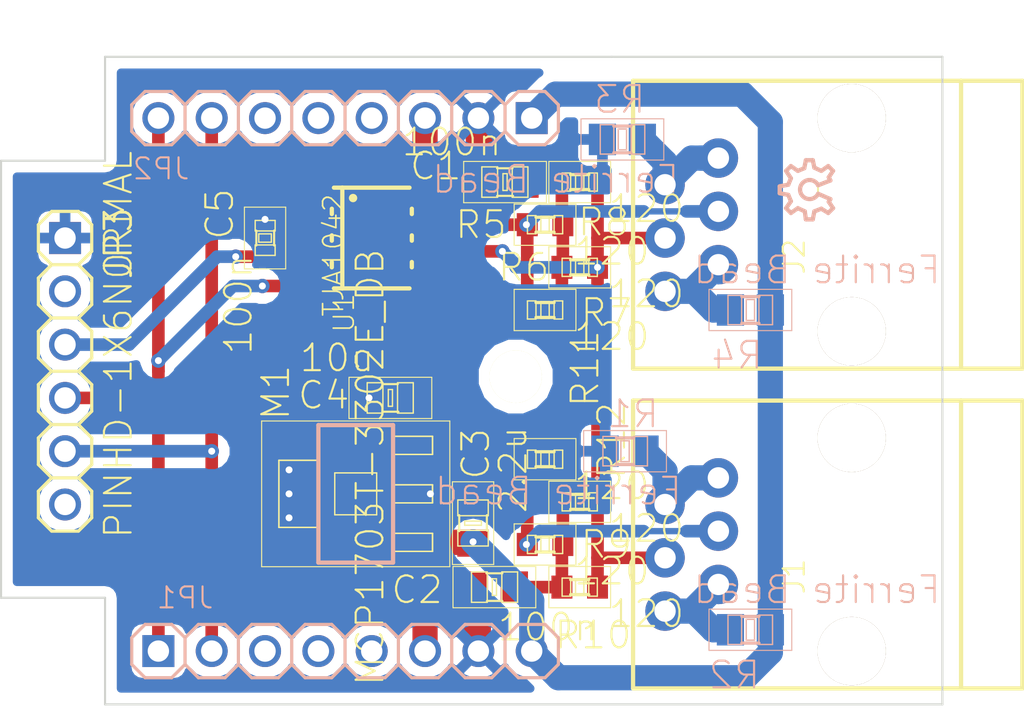
<source format=kicad_pcb>
(kicad_pcb (version 4) (host pcbnew 4.0.2+e4-6225~38~ubuntu16.04.1-stable)
  (layers (0 F.Cu signal) (31 B.Cu signal) (36 B.SilkS user) (37 F.SilkS user) (38 B.Mask user) (39 F.Mask user) (44 Edge.Cuts user))
  (net 0 "")
  (net 1 +BATT)
  (net 2 CAN_L)
  (net 3 CAN_H)
  (net 4 GND)
  (net 5 "Net-(JP1-Pad3)")
  (net 6 "Net-(JP2-Pad6)")
  (net 7 "Net-(J1-Pad1)")
  (net 8 "Net-(J1-Pad5)")
  (net 9 "Net-(J2-Pad1)")
  (net 10 "Net-(J2-Pad5)")
  (net 11 "Net-(C1-Pad1)")
  (net 12 "Net-(C2-Pad2)")
  (net 13 +5V)
  (net 14 CTS)
  (net 15 CAN_RX)
  (net 16 CAN_TX)
  (net 17 DTR)
  (net 18 "Net-(U1-Pad5)")
  (net 19 "Net-(U1-Pad8)")
  (net 20 "Net-(JP1-Pad4)")
  (net 21 "Net-(JP1-Pad5)")
  (net 22 "Net-(JP2-Pad4)")
  (net 23 "Net-(JP2-Pad5)")
  (module SquantorConnectors-1X06 (layer B.Cu) (at 70.485 90.805 270)
    (fp_text reference JP3 (at -6.096 -2.54 270) (layer F.SilkS) (effects (font (size 1.27 1.27) (thickness 0.127))))
    (fp_text value PINHD-1X6NORMAL (at -1.27 -2.54 270) (layer F.SilkS) (effects (font (size 1.27 1.27) (thickness 0.1016))))
    (pad 1 thru_hole trapezoid (at -6.35 0 90) (size 1.524 1.524) (drill 1.016) (layers *.Cu *.Mask) (net 4 GND))
    (pad 2 thru_hole circle (at -3.81 0 90) (size 1.524 1.524) (drill 1.016) (layers *.Cu *.Mask) (net 14 CTS))
    (pad 3 thru_hole circle (at -1.27 0 90) (size 1.524 1.524) (drill 1.016) (layers *.Cu *.Mask) (net 13 +5V))
    (pad 4 thru_hole circle (at 1.27 0 90) (size 1.524 1.524) (drill 1.016) (layers *.Cu *.Mask) (net 15 CAN_RX))
    (pad 5 thru_hole circle (at 3.81 0 90) (size 1.524 1.524) (drill 1.016) (layers *.Cu *.Mask) (net 16 CAN_TX))
    (pad 6 thru_hole circle (at 6.35 0 90) (size 1.524 1.524) (drill 1.016) (layers *.Cu *.Mask) (net 17 DTR))
  )
  (module SquantorConnectors-1X08 (layer F.Cu) (at 83.82 78.74 180)
    (fp_text reference JP2 (at 8.763 -2.413 180) (layer B.SilkS) (effects (font (thickness 0.1)) (justify mirror)))
    (fp_text value PINHD-1X8TH_NORMAL)
    (pad 1 thru_hole rect (at -8.89 0) (size 1.524 1.524) (drill 1.016) (layers *.Cu *.Mask) (net 1 +BATT))
    (pad 2 thru_hole circle (at -6.35 0) (size 1.524 1.524) (drill 1.016) (layers *.Cu *.Mask) (net 4 GND))
    (pad 3 thru_hole circle (at -3.81 0) (size 1.524 1.524) (drill 1.016) (layers *.Cu *.Mask) (net 13 +5V))
    (pad 4 thru_hole circle (at -1.27 0) (size 1.524 1.524) (drill 1.016) (layers *.Cu *.Mask) (net 22 "Net-(JP2-Pad4)"))
    (pad 5 thru_hole circle (at 1.27 0) (size 1.524 1.524) (drill 1.016) (layers *.Cu *.Mask) (net 23 "Net-(JP2-Pad5)"))
    (pad 6 thru_hole circle (at 3.81 0) (size 1.524 1.524) (drill 1.016) (layers *.Cu *.Mask) (net 6 "Net-(JP2-Pad6)"))
    (pad 7 thru_hole circle (at 6.35 0) (size 1.524 1.524) (drill 1.016) (layers *.Cu *.Mask) (net 16 CAN_TX))
    (pad 8 thru_hole circle (at 8.89 0) (size 1.524 1.524) (drill 1.016) (layers *.Cu *.Mask) (net 15 CAN_RX))
  )
  (module SquantBus-RJ11 (layer F.Cu) (at 107.95 83.82 90)
    (fp_text reference J2 (at -1.524 -2.7432 90) (layer F.SilkS) (effects (font (thickness 0.1))))
    (fp_text value SquantBus_RJ11)
    (pad MOUN thru_hole circle (at -5.08 0 90) (size 3.2512 3.2512) (drill 3.2512) (layers *.Cu *.Mask F.SilkS))
    (pad 1 thru_hole circle (at -3.175 -8.89 90) (size 1.8796 1.8796) (drill 1.016) (layers *.Cu *.Mask) (net 9 "Net-(J2-Pad1)"))
    (pad 2 thru_hole circle (at -1.905 -6.35 90) (size 1.8796 1.8796) (drill 1.016) (layers *.Cu *.Mask) (net 9 "Net-(J2-Pad1)"))
    (pad 3 thru_hole circle (at -0.635 -8.89 90) (size 1.8796 1.8796) (drill 1.016) (layers *.Cu *.Mask) (net 2 CAN_L))
    (pad 4 thru_hole circle (at 0.635 -6.35 90) (size 1.8796 1.8796) (drill 1.016) (layers *.Cu *.Mask) (net 3 CAN_H))
    (pad 5 thru_hole circle (at 1.905 -8.89 90) (size 1.8796 1.8796) (drill 1.016) (layers *.Cu *.Mask) (net 10 "Net-(J2-Pad5)"))
    (pad 6 thru_hole circle (at 3.175 -6.35 90) (size 1.8796 1.8796) (drill 1.016) (layers *.Cu *.Mask) (net 10 "Net-(J2-Pad5)"))
    (pad MOUN thru_hole circle (at 5.08 0 90) (size 3.2512 3.2512) (drill 3.2512) (layers *.Cu *.Mask F.SilkS))
  )
  (module SquantorMicrochip:SquantorMicrochip-SOT223 (layer F.Cu) (at 84.328 96.647 90)
    (fp_text reference M1 (at 4.826 -3.81 90) (layer F.SilkS) (effects (font (size 1.27 1.27) (thickness 0.1016))))
    (fp_text value MCP1703T-3302E_DB (at 1.27 0.6858 90) (layer F.SilkS) (effects (font (size 1.27 1.27) (thickness 0.1016))))
    (pad 1 smd rect (at -2.30886 3.0988 90) (size 1.21666 2.23266) (layers F.Cu F.Mask) (net 1 +BATT))
    (pad 2 smd rect (at 0 3.0988 90) (size 1.21666 2.23266) (layers F.Cu F.Mask) (net 4 GND))
    (pad 3 smd rect (at 2.30886 3.0988 90) (size 1.21666 2.23266) (layers F.Cu F.Mask) (net 13 +5V))
    (pad 4 smd rect (at 0 -3.0988 90) (size 3.59918 2.19964) (layers F.Cu F.Mask) (net 4 GND))
  )
  (module SquantorNxp:SOT96-1 (layer F.Cu) (at 85.09 84.455 270)
    (fp_text reference U1 (at 4.572 0.762 270) (layer F.SilkS) (effects (font (size 0.95 0.95) (thickness 0.08)) (justify left bottom)))
    (fp_text value TJA1042 (at 3.81 1.27 270) (layer F.SilkS) (effects (font (size 0.95 0.95) (thickness 0.08)) (justify left bottom)))
    (pad 1 smd rect (at -1.905 2.65 270) (size 0.6 1.3) (layers F.Cu F.Mask) (net 16 CAN_TX))
    (pad 2 smd rect (at -0.635 2.65 270) (size 0.6 1.3) (layers F.Cu F.Mask) (net 4 GND))
    (pad 3 smd rect (at 0.635 2.65 270) (size 0.6 1.3) (layers F.Cu F.Mask) (net 13 +5V))
    (pad 4 smd rect (at 1.905 2.65 270) (size 0.6 1.3) (layers F.Cu F.Mask) (net 15 CAN_RX))
    (pad 5 smd rect (at 1.905 -2.65 270) (size 0.6 1.3) (layers F.Cu F.Mask) (net 18 "Net-(U1-Pad5)"))
    (pad 6 smd rect (at 0.635 -2.65 270) (size 0.6 1.3) (layers F.Cu F.Mask) (net 2 CAN_L))
    (pad 7 smd rect (at -0.635 -2.65 270) (size 0.6 1.3) (layers F.Cu F.Mask) (net 3 CAN_H))
    (pad 8 smd rect (at -1.905 -2.65 270) (size 0.6 1.3) (layers F.Cu F.Mask) (net 19 "Net-(U1-Pad8)"))
  )
  (module SquantorRcl:SquantorRCL-C0603 (layer F.Cu) (at 80.01 84.455 270)
    (fp_text reference C5 (at -1.143 2.159 270) (layer F.SilkS) (effects (font (size 1.27 1.27) (thickness 0.1016))))
    (fp_text value 100n (at 3.175 1.27 270) (layer F.SilkS) (effects (font (size 1.27 1.27) (thickness 0.1016))))
    (pad 1 smd rect (at -0.84836 0 270) (size 1.09982 0.99822) (layers F.Cu F.Mask) (net 4 GND))
    (pad 2 smd rect (at 0.84836 0 270) (size 1.09982 0.99822) (layers F.Cu F.Mask) (net 13 +5V))
  )
  (module SquantorRcl:SquantorRCL-C0805 (layer F.Cu) (at 85.979 92.075 180)
    (fp_text reference C4 (at 3.175 0.127 180) (layer F.SilkS) (effects (font (size 1.27 1.27) (thickness 0.1016))))
    (fp_text value 10u (at 2.54 1.905 180) (layer F.SilkS) (effects (font (size 1.27 1.27) (thickness 0.1016))))
    (pad 1 smd rect (at -0.94996 0 180) (size 1.29794 1.4986) (layers F.Cu F.Mask) (net 13 +5V))
    (pad 2 smd rect (at 0.94996 0 180) (size 1.29794 1.4986) (layers F.Cu F.Mask) (net 4 GND))
  )
  (module SquantorRcl:SquantorRCL-C0805 (layer F.Cu) (at 89.916 98.044 90)
    (fp_text reference C3 (at 3.302 0.127 90) (layer F.SilkS) (effects (font (size 1.27 1.27) (thickness 0.1016))))
    (fp_text value 2.2u (at 2.54 1.905 90) (layer F.SilkS) (effects (font (size 1.27 1.27) (thickness 0.1016))))
    (pad 1 smd rect (at -0.94996 0 90) (size 1.29794 1.4986) (layers F.Cu F.Mask) (net 1 +BATT))
    (pad 2 smd rect (at 0.94996 0 90) (size 1.29794 1.4986) (layers F.Cu F.Mask) (net 4 GND))
  )
  (module ohw_logo:ohw-logo-OSHW_8X100_NOTEXT (layer F.Cu) (at 107.061 83.566 90)
    (fp_text reference LOGO1)
    (fp_text value OSHW_LOGO_8MILX0100-NT)
  )
  (module SquantorRcl:SquantorRCL-R0603 (layer F.Cu) (at 93.345 94.996)
    (fp_text reference R11 (at 1.905 -4.318 90) (layer F.SilkS) (effects (font (size 1.27 1.27) (thickness 0.1016))))
    (fp_text value 120 (at 3.175 1.27) (layer F.SilkS) (effects (font (size 1.27 1.27) (thickness 0.1016))))
    (pad 1 smd rect (at -0.84836 0) (size 0.99822 1.09982) (layers F.Cu F.Mask) (net 3 CAN_H))
    (pad 2 smd rect (at 0.84836 0) (size 0.99822 1.09982) (layers F.Cu F.Mask) (net 12 "Net-(C2-Pad2)"))
  )
  (module SquantorRcl:SquantorRCL-R0603 (layer F.Cu) (at 94.996 101.092)
    (fp_text reference R10 (at 0.635 2.286) (layer F.SilkS) (effects (font (size 1.27 1.27) (thickness 0.1016))))
    (fp_text value 120 (at 3.175 1.27) (layer F.SilkS) (effects (font (size 1.27 1.27) (thickness 0.1016))))
    (pad 1 smd rect (at -0.84836 0) (size 0.99822 1.09982) (layers F.Cu F.Mask) (net 12 "Net-(C2-Pad2)"))
    (pad 2 smd rect (at 0.84836 0) (size 0.99822 1.09982) (layers F.Cu F.Mask) (net 2 CAN_L))
  )
  (module SquantorRcl:SquantorRCL-R0603 (layer F.Cu) (at 93.345 99.06)
    (fp_text reference R9 (at 2.921 0) (layer F.SilkS) (effects (font (size 1.27 1.27) (thickness 0.1016))))
    (fp_text value 120 (at 3.175 1.27) (layer F.SilkS) (effects (font (size 1.27 1.27) (thickness 0.1016))))
    (pad 1 smd rect (at -0.84836 0) (size 0.99822 1.09982) (layers F.Cu F.Mask) (net 3 CAN_H))
    (pad 2 smd rect (at 0.84836 0) (size 0.99822 1.09982) (layers F.Cu F.Mask) (net 12 "Net-(C2-Pad2)"))
  )
  (module SquantorRcl:SquantorRCL-R0603 (layer F.Cu) (at 94.996 81.788)
    (fp_text reference R8 (at 1.143 1.905) (layer F.SilkS) (effects (font (size 1.27 1.27) (thickness 0.1016))))
    (fp_text value 120 (at 3.175 1.27) (layer F.SilkS) (effects (font (size 1.27 1.27) (thickness 0.1016))))
    (pad 1 smd rect (at -0.84836 0) (size 0.99822 1.09982) (layers F.Cu F.Mask) (net 11 "Net-(C1-Pad1)"))
    (pad 2 smd rect (at 0.84836 0) (size 0.99822 1.09982) (layers F.Cu F.Mask) (net 2 CAN_L))
  )
  (module SquantorRcl:SquantorRCL-R0603 (layer F.Cu) (at 93.345 87.884)
    (fp_text reference R7 (at 2.921 0.127) (layer F.SilkS) (effects (font (size 1.27 1.27) (thickness 0.1016))))
    (fp_text value 120 (at 3.175 1.27) (layer F.SilkS) (effects (font (size 1.27 1.27) (thickness 0.1016))))
    (pad 1 smd rect (at -0.84836 0) (size 0.99822 1.09982) (layers F.Cu F.Mask) (net 3 CAN_H))
    (pad 2 smd rect (at 0.84836 0) (size 0.99822 1.09982) (layers F.Cu F.Mask) (net 11 "Net-(C1-Pad1)"))
  )
  (module SquantorRcl:SquantorRCL-R0603 (layer F.Cu) (at 94.996 85.852)
    (fp_text reference R6 (at -2.667 0) (layer F.SilkS) (effects (font (size 1.27 1.27) (thickness 0.1016))))
    (fp_text value 120 (at 3.175 1.27) (layer F.SilkS) (effects (font (size 1.27 1.27) (thickness 0.1016))))
    (pad 1 smd rect (at -0.84836 0) (size 0.99822 1.09982) (layers F.Cu F.Mask) (net 11 "Net-(C1-Pad1)"))
    (pad 2 smd rect (at 0.84836 0) (size 0.99822 1.09982) (layers F.Cu F.Mask) (net 2 CAN_L))
  )
  (module SquantorRcl:SquantorRCL-R0603 (layer F.Cu) (at 93.345 83.82)
    (fp_text reference R5 (at -3.048 0) (layer F.SilkS) (effects (font (size 1.27 1.27) (thickness 0.1016))))
    (fp_text value 120 (at 3.175 1.27) (layer F.SilkS) (effects (font (size 1.27 1.27) (thickness 0.1016))))
    (pad 1 smd rect (at -0.84836 0) (size 0.99822 1.09982) (layers F.Cu F.Mask) (net 3 CAN_H))
    (pad 2 smd rect (at 0.84836 0) (size 0.99822 1.09982) (layers F.Cu F.Mask) (net 11 "Net-(C1-Pad1)"))
  )
  (module SquantorRcl:SquantorRCL-C0805 (layer F.Cu) (at 90.932 101.092)
    (fp_text reference C2 (at -3.683 0.127) (layer F.SilkS) (effects (font (size 1.27 1.27) (thickness 0.1016))))
    (fp_text value 100n (at 2.54 1.905) (layer F.SilkS) (effects (font (size 1.27 1.27) (thickness 0.1016))))
    (pad 1 smd rect (at -0.94996 0) (size 1.29794 1.4986) (layers F.Cu F.Mask) (net 4 GND))
    (pad 2 smd rect (at 0.94996 0) (size 1.29794 1.4986) (layers F.Cu F.Mask) (net 12 "Net-(C2-Pad2)"))
  )
  (module SquantorRcl:SquantorRCL-R0805 (layer B.Cu) (at 103.124 87.884)
    (fp_text reference R4 (at -0.635 2.159) (layer B.SilkS) (effects (font (size 1.27 1.27) (thickness 0.1016)) (justify mirror)))
    (fp_text value "Ferrite Bead" (at 3.175 -1.905) (layer B.SilkS) (effects (font (size 1.27 1.27) (thickness 0.1016)) (justify mirror)))
    (pad 1 smd rect (at -0.94996 0) (size 1.29794 1.4986) (layers B.Cu B.Mask) (net 9 "Net-(J2-Pad1)"))
    (pad 2 smd rect (at 0.94996 0) (size 1.29794 1.4986) (layers B.Cu B.Mask) (net 1 +BATT))
  )
  (module SquantorRcl:SquantorRCL-R0805 (layer B.Cu) (at 97.028 79.756 180)
    (fp_text reference R3 (at 0.127 1.905 180) (layer B.SilkS) (effects (font (size 1.27 1.27) (thickness 0.1016)) (justify mirror)))
    (fp_text value "Ferrite Bead" (at 3.175 -1.905 180) (layer B.SilkS) (effects (font (size 1.27 1.27) (thickness 0.1016)) (justify mirror)))
    (pad 1 smd rect (at -0.94996 0 180) (size 1.29794 1.4986) (layers B.Cu B.Mask) (net 10 "Net-(J2-Pad5)"))
    (pad 2 smd rect (at 0.94996 0 180) (size 1.29794 1.4986) (layers B.Cu B.Mask) (net 4 GND))
  )
  (module SquantorRcl:SquantorRCL-R0805 (layer B.Cu) (at 103.124 103.124)
    (fp_text reference R2 (at -0.762 2.159) (layer B.SilkS) (effects (font (size 1.27 1.27) (thickness 0.1016)) (justify mirror)))
    (fp_text value "Ferrite Bead" (at 3.175 -1.905) (layer B.SilkS) (effects (font (size 1.27 1.27) (thickness 0.1016)) (justify mirror)))
    (pad 1 smd rect (at -0.94996 0) (size 1.29794 1.4986) (layers B.Cu B.Mask) (net 7 "Net-(J1-Pad1)"))
    (pad 2 smd rect (at 0.94996 0) (size 1.29794 1.4986) (layers B.Cu B.Mask) (net 1 +BATT))
  )
  (module SquantorRcl:SquantorRCL-R0805 (layer B.Cu) (at 97.155 94.615 180)
    (fp_text reference R1 (at -0.381 1.778 180) (layer B.SilkS) (effects (font (size 1.27 1.27) (thickness 0.1016)) (justify mirror)))
    (fp_text value "Ferrite Bead" (at 3.175 -1.905 180) (layer B.SilkS) (effects (font (size 1.27 1.27) (thickness 0.1016)) (justify mirror)))
    (pad 1 smd rect (at -0.94996 0 180) (size 1.29794 1.4986) (layers B.Cu B.Mask) (net 8 "Net-(J1-Pad5)"))
    (pad 2 smd rect (at 0.94996 0 180) (size 1.29794 1.4986) (layers B.Cu B.Mask) (net 4 GND))
  )
  (module SquantorRcl:SquantorRCL-R0603 (layer F.Cu) (at 94.996 97.028)
    (fp_text reference R12 (at 1.524 -2.921 90) (layer F.SilkS) (effects (font (size 1.27 1.27) (thickness 0.1016))))
    (fp_text value 120 (at 3.175 1.27) (layer F.SilkS) (effects (font (size 1.27 1.27) (thickness 0.1016))))
    (pad 1 smd rect (at -0.84836 0) (size 0.99822 1.09982) (layers F.Cu F.Mask) (net 12 "Net-(C2-Pad2)"))
    (pad 2 smd rect (at 0.84836 0) (size 0.99822 1.09982) (layers F.Cu F.Mask) (net 2 CAN_L))
  )
  (module SquantorRcl:SquantorRCL-C0805 (layer F.Cu) (at 91.44 81.788 180)
    (fp_text reference C1 (at 3.302 0.762 180) (layer F.SilkS) (effects (font (size 1.27 1.27) (thickness 0.1016))))
    (fp_text value 100n (at 2.54 1.905 180) (layer F.SilkS) (effects (font (size 1.27 1.27) (thickness 0.1016))))
    (pad 1 smd rect (at -0.94996 0 180) (size 1.29794 1.4986) (layers F.Cu F.Mask) (net 11 "Net-(C1-Pad1)"))
    (pad 2 smd rect (at 0.94996 0 180) (size 1.29794 1.4986) (layers F.Cu F.Mask) (net 4 GND))
  )
  (module SquantorConnectors:SquantBus-RJ11 (layer F.Cu) (at 107.95 99.06 90)
    (fp_text reference J1 (at -1.524 -2.7432 90) (layer F.SilkS) (effects (font (thickness 0.1))))
    (fp_text value SquantBus_RJ11)
    (pad MOUN thru_hole circle (at -5.08 0 90) (size 3.2512 3.2512) (drill 3.2512) (layers *.Cu *.Mask F.SilkS))
    (pad 1 thru_hole circle (at -3.175 -8.89 90) (size 1.8796 1.8796) (drill 1.016) (layers *.Cu *.Mask) (net 7 "Net-(J1-Pad1)"))
    (pad 2 thru_hole circle (at -1.905 -6.35 90) (size 1.8796 1.8796) (drill 1.016) (layers *.Cu *.Mask) (net 7 "Net-(J1-Pad1)"))
    (pad 3 thru_hole circle (at -0.635 -8.89 90) (size 1.8796 1.8796) (drill 1.016) (layers *.Cu *.Mask) (net 2 CAN_L))
    (pad 4 thru_hole circle (at 0.635 -6.35 90) (size 1.8796 1.8796) (drill 1.016) (layers *.Cu *.Mask) (net 3 CAN_H))
    (pad 5 thru_hole circle (at 1.905 -8.89 90) (size 1.8796 1.8796) (drill 1.016) (layers *.Cu *.Mask) (net 8 "Net-(J1-Pad5)"))
    (pad 6 thru_hole circle (at 3.175 -6.35 90) (size 1.8796 1.8796) (drill 1.016) (layers *.Cu *.Mask) (net 8 "Net-(J1-Pad5)"))
    (pad MOUN thru_hole circle (at 5.08 0 90) (size 3.2512 3.2512) (drill 3.2512) (layers *.Cu *.Mask F.SilkS))
  )
  (module Mounting_Holes:MountingHole_2.5mm (layer F.Cu) (at 91.948 91.059)
    (fp_text reference REF** hide)
    (fp_text value MountingHole_2.5mm)
    (pad 1 np_thru_hole circle (at 0 0) (size 2.5 2.5) (drill 2.5) (layers *.Cu *.Mask F.SilkS))
  )
  (module SquantorConnectors:SquantorConnectors-1X08 (layer F.Cu) (at 83.82 104.14)
    (fp_text reference JP1 (at -7.62 -2.54) (layer B.SilkS) (effects (font (thickness 0.1)) (justify mirror)))
    (fp_text value PINHD-1X8TH_NORMAL)
    (pad 1 thru_hole rect (at -8.89 0 180) (size 1.524 1.524) (drill 1.016) (layers *.Cu *.Mask) (net 15 CAN_RX))
    (pad 2 thru_hole circle (at -6.35 0 180) (size 1.524 1.524) (drill 1.016) (layers *.Cu *.Mask) (net 16 CAN_TX))
    (pad 3 thru_hole circle (at -3.81 0 180) (size 1.524 1.524) (drill 1.016) (layers *.Cu *.Mask) (net 5 "Net-(JP1-Pad3)"))
    (pad 4 thru_hole circle (at -1.27 0 180) (size 1.524 1.524) (drill 1.016) (layers *.Cu *.Mask) (net 20 "Net-(JP1-Pad4)"))
    (pad 5 thru_hole circle (at 1.27 0 180) (size 1.524 1.524) (drill 1.016) (layers *.Cu *.Mask) (net 21 "Net-(JP1-Pad5)"))
    (pad 6 thru_hole circle (at 3.81 0 180) (size 1.524 1.524) (drill 1.016) (layers *.Cu *.Mask) (net 13 +5V))
    (pad 7 thru_hole circle (at 6.35 0 180) (size 1.524 1.524) (drill 1.016) (layers *.Cu *.Mask) (net 4 GND))
    (pad 8 thru_hole circle (at 8.89 0 180) (size 1.524 1.524) (drill 1.016) (layers *.Cu *.Mask) (net 1 +BATT))
  )
  (gr_line (start 112.268 106.68) (end 72.39 106.68) (angle 90) (layer Edge.Cuts) (width 0.1))
  (gr_line (start 112.268 75.819) (end 112.268 106.68) (angle 90) (layer Edge.Cuts) (width 0.1))
  (gr_line (start 96.52 75.819) (end 112.268 75.819) (angle 90) (layer Edge.Cuts) (width 0.1))
  (gr_line (start 72.39 75.819) (end 96.52 75.819) (angle 90) (layer Edge.Cuts) (width 0.1))
  (gr_line (start 72.39 80.772) (end 72.39 75.819) (angle 90) (layer Edge.Cuts) (width 0.1))
  (gr_line (start 67.437 80.772) (end 72.39 80.772) (angle 90) (layer Edge.Cuts) (width 0.1))
  (gr_line (start 67.437 101.6) (end 67.437 80.772) (angle 90) (layer Edge.Cuts) (width 0.1))
  (gr_line (start 72.39 101.6) (end 67.437 101.6) (angle 90) (layer Edge.Cuts) (width 0.1))
  (gr_line (start 72.39 106.68) (end 72.39 101.6) (angle 90) (layer Edge.Cuts) (width 0.1))
  (segment (start 104.07396 103.124) (end 104.07396 104.20604) (width 1.2) (layer B.Cu) (net 1))
  (segment (start 93.98 105.41) (end 92.71 104.14) (width 1.2) (layer B.Cu) (net 1))
  (segment (start 102.87 105.41) (end 93.98 105.41) (width 1.2) (layer B.Cu) (net 1))
  (segment (start 104.07396 104.20604) (end 102.87 105.41) (width 1.2) (layer B.Cu) (net 1))
  (segment (start 92.71 104.14) (end 92.71 101.727) (width 1.2) (layer B.Cu) (net 1))
  (segment (start 92.71 101.727) (end 89.916 98.933) (width 1.2) (layer B.Cu) (net 1))
  (via (at 89.916 98.933) (size 0.6858) (drill 0.3302) (layers F.Cu B.Cu) (net 1))
  (segment (start 89.916 98.933) (end 89.89314 98.95586) (width 1.2) (layer F.Cu) (net 1))
  (segment (start 89.89314 98.95586) (end 87.4268 98.95586) (width 1.2) (layer F.Cu) (net 1))
  (segment (start 87.4268 98.95586) (end 89.8779 98.95586) (width 1.2) (layer F.Cu) (net 1))
  (segment (start 89.8779 98.95586) (end 89.916 98.99396) (width 1.2) (layer F.Cu) (net 1))
  (segment (start 104.07396 87.884) (end 104.07396 103.124) (width 1.2) (layer B.Cu) (net 1))
  (segment (start 104.07396 87.884) (end 104.07396 78.92796) (width 1.2) (layer B.Cu) (net 1))
  (segment (start 93.853 77.597) (end 92.71 78.74) (width 1.2) (layer B.Cu) (net 1))
  (segment (start 102.743 77.597) (end 93.853 77.597) (width 1.2) (layer B.Cu) (net 1))
  (segment (start 104.07396 78.92796) (end 102.743 77.597) (width 1.2) (layer B.Cu) (net 1))
  (via (at 95.84436 85.852) (size 0.6858) (drill 0.3302) (layers F.Cu B.Cu) (net 2))
  (segment (start 87.74 85.09) (end 91.313 85.09) (width 0.6) (layer F.Cu) (net 2))
  (via (at 91.313 85.09) (size 0.6858) (drill 0.3302) (layers F.Cu B.Cu) (net 2))
  (segment (start 91.948 85.725) (end 91.313 85.09) (width 0.6) (layer B.Cu) (net 2))
  (segment (start 91.948 85.852) (end 91.948 85.725) (width 0.6) (layer B.Cu) (net 2))
  (segment (start 91.948 85.852) (end 95.84436 85.852) (width 0.6) (layer B.Cu) (net 2))
  (segment (start 99.06 84.455) (end 95.84436 84.455) (width 0.6) (layer F.Cu) (net 2))
  (segment (start 99.06 99.695) (end 95.84436 99.695) (width 0.6) (layer F.Cu) (net 2))
  (segment (start 95.84436 97.028) (end 95.84436 99.695) (width 0.6) (layer F.Cu) (net 2))
  (segment (start 95.84436 99.695) (end 95.84436 101.092) (width 0.6) (layer F.Cu) (net 2))
  (segment (start 95.84436 85.852) (end 95.84436 97.028) (width 0.6) (layer F.Cu) (net 2))
  (segment (start 95.84436 81.788) (end 95.84436 84.455) (width 0.6) (layer F.Cu) (net 2))
  (segment (start 95.84436 84.455) (end 95.84436 85.852) (width 0.6) (layer F.Cu) (net 2))
  (segment (start 99.06 99.695) (end 98.552 99.695) (width 0.6) (layer F.Cu) (net 2))
  (segment (start 92.49664 83.82) (end 87.74 83.82) (width 0.6) (layer F.Cu) (net 3))
  (segment (start 92.49664 87.884) (end 92.49664 88.55964) (width 0.6) (layer F.Cu) (net 3))
  (segment (start 92.49664 94.19336) (end 92.49664 94.996) (width 0.6) (layer F.Cu) (net 3))
  (segment (start 94.107 92.583) (end 92.49664 94.19336) (width 0.6) (layer F.Cu) (net 3))
  (segment (start 94.107 90.17) (end 94.107 92.583) (width 0.6) (layer F.Cu) (net 3))
  (segment (start 92.49664 88.55964) (end 94.107 90.17) (width 0.6) (layer F.Cu) (net 3))
  (segment (start 101.6 98.425) (end 100.076 98.425) (width 0.6) (layer B.Cu) (net 3))
  (segment (start 92.456 99.06) (end 92.49664 99.06) (width 0.6) (layer F.Cu) (net 3))
  (via (at 92.456 99.06) (size 0.6858) (drill 0.3302) (layers F.Cu B.Cu) (net 3))
  (segment (start 93.091 98.425) (end 92.456 99.06) (width 0.6) (layer B.Cu) (net 3))
  (segment (start 98.044 98.425) (end 93.091 98.425) (width 0.6) (layer B.Cu) (net 3))
  (segment (start 100.076 98.425) (end 98.044 98.425) (width 0.3) (layer B.Cu) (net 3))
  (segment (start 101.6 83.185) (end 100.076 83.185) (width 0.6) (layer B.Cu) (net 3))
  (segment (start 92.456 83.82) (end 92.49664 83.82) (width 0.6) (layer F.Cu) (net 3))
  (via (at 92.456 83.82) (size 0.6858) (drill 0.3302) (layers F.Cu B.Cu) (net 3))
  (segment (start 93.091 83.185) (end 92.456 83.82) (width 0.6) (layer B.Cu) (net 3))
  (segment (start 98.044 83.185) (end 93.091 83.185) (width 0.6) (layer B.Cu) (net 3))
  (segment (start 100.076 83.185) (end 98.044 83.185) (width 0.3) (layer B.Cu) (net 3))
  (segment (start 92.49664 94.996) (end 92.49664 99.06) (width 0.6) (layer F.Cu) (net 3))
  (segment (start 92.49664 83.82) (end 92.49664 87.884) (width 0.6) (layer F.Cu) (net 3))
  (segment (start 80.01 83.60664) (end 80.05064 83.60664) (width 0.6) (layer F.Cu) (net 4))
  (segment (start 80.01 83.566) (end 80.01 83.566) (width 0.6) (layer B.Cu) (net 4))
  (via (at 80.01 83.566) (size 0.6858) (drill 0.3302) (layers F.Cu B.Cu) (net 4))
  (segment (start 80.05064 83.60664) (end 80.01 83.566) (width 0.6) (layer F.Cu) (net 4))
  (segment (start 85.02904 92.075) (end 84.963 92.075) (width 1.2) (layer F.Cu) (net 4))
  (segment (start 84.963 92.075) (end 85.09 92.075) (width 1.2) (layer B.Cu) (net 4))
  (via (at 84.963 92.075) (size 0.6858) (drill 0.3302) (layers F.Cu B.Cu) (net 4))
  (segment (start 89.916 97.09404) (end 89.46896 96.647) (width 1.2) (layer F.Cu) (net 4))
  (segment (start 89.46896 96.647) (end 87.4268 96.647) (width 1.2) (layer F.Cu) (net 4))
  (segment (start 87.884 96.647) (end 87.4268 96.647) (width 1.2) (layer F.Cu) (net 4))
  (via (at 87.884 96.647) (size 0.6858) (drill 0.3302) (layers F.Cu B.Cu) (net 4))
  (segment (start 87.884 96.647) (end 87.503 96.647) (width 1.2) (layer B.Cu) (net 4))
  (segment (start 89.916 97.09404) (end 89.916 97.028) (width 1.2) (layer F.Cu) (net 4))
  (segment (start 81.153 96.647) (end 81.153 96.647) (width 1.2) (layer B.Cu) (net 4))
  (segment (start 81.153 96.647) (end 81.2292 96.647) (width 1.2) (layer F.Cu) (net 4))
  (via (at 81.153 96.647) (size 0.6858) (drill 0.3302) (layers F.Cu B.Cu) (net 4))
  (segment (start 81.2292 96.647) (end 80.9752 95.504) (width 1.2) (layer F.Cu) (net 4))
  (segment (start 80.9752 95.504) (end 81.153 95.504) (width 1.2) (layer F.Cu) (net 4))
  (via (at 81.153 95.504) (size 0.6858) (drill 0.3302) (layers F.Cu B.Cu) (net 4))
  (segment (start 81.153 95.504) (end 81.153 95.504) (width 1.2) (layer B.Cu) (net 4))
  (segment (start 81.153 95.504) (end 81.153 96.393) (width 1.2) (layer B.Cu) (net 4))
  (segment (start 81.153 96.393) (end 80.645 96.393) (width 1.2) (layer B.Cu) (net 4))
  (segment (start 80.645 96.393) (end 81.153 97.79) (width 1.2) (layer B.Cu) (net 4))
  (via (at 81.153 97.79) (size 0.6858) (drill 0.3302) (layers F.Cu B.Cu) (net 4))
  (segment (start 90.17 78.74) (end 90.17 79.756) (width 1.2) (layer F.Cu) (net 4))
  (segment (start 90.49004 80.07604) (end 90.49004 81.788) (width 1.2) (layer F.Cu) (net 4))
  (segment (start 90.17 79.756) (end 90.49004 80.07604) (width 1.2) (layer F.Cu) (net 4))
  (segment (start 89.98204 102.80904) (end 89.98204 101.092) (width 1.2) (layer F.Cu) (net 4))
  (segment (start 82.44 83.82) (end 81.407 83.82) (width 0.6) (layer F.Cu) (net 4))
  (segment (start 81.19364 83.60664) (end 80.01 83.60664) (width 0.6) (layer F.Cu) (net 4))
  (segment (start 81.407 83.82) (end 81.19364 83.60664) (width 0.6) (layer F.Cu) (net 4))
  (segment (start 90.17 102.997) (end 89.98204 102.80904) (width 1.2) (layer F.Cu) (net 4))
  (segment (start 90.17 104.14) (end 90.17 102.997) (width 1.2) (layer F.Cu) (net 4))
  (segment (start 102.17404 103.124) (end 101.346 103.124) (width 1.2) (layer B.Cu) (net 7))
  (segment (start 101.346 103.124) (end 100.3935 102.1715) (width 1.2) (layer B.Cu) (net 7))
  (segment (start 101.6 100.965) (end 100.3935 102.1715) (width 1.2) (layer B.Cu) (net 7))
  (segment (start 100.3935 102.1715) (end 100.33 102.235) (width 1.2) (layer B.Cu) (net 7))
  (segment (start 100.33 102.235) (end 99.06 102.235) (width 1.2) (layer B.Cu) (net 7))
  (segment (start 99.06 97.155) (end 99.06 95.57004) (width 1.2) (layer B.Cu) (net 8))
  (segment (start 99.06 95.57004) (end 98.10496 94.615) (width 1.2) (layer B.Cu) (net 8))
  (segment (start 99.06 97.155) (end 100.33 95.885) (width 1.2) (layer B.Cu) (net 8))
  (segment (start 100.33 95.885) (end 101.6 95.885) (width 1.2) (layer B.Cu) (net 8))
  (segment (start 102.17404 87.884) (end 101.346 87.884) (width 1.2) (layer B.Cu) (net 9))
  (segment (start 101.346 87.884) (end 100.3935 86.9315) (width 1.2) (layer B.Cu) (net 9))
  (segment (start 101.6 85.725) (end 100.3935 86.9315) (width 1.2) (layer B.Cu) (net 9))
  (segment (start 100.3935 86.9315) (end 100.33 86.995) (width 1.2) (layer B.Cu) (net 9))
  (segment (start 100.33 86.995) (end 99.06 86.995) (width 1.2) (layer B.Cu) (net 9))
  (segment (start 99.06 81.915) (end 99.06 80.83804) (width 1.2) (layer B.Cu) (net 10))
  (segment (start 99.06 80.83804) (end 97.97796 79.756) (width 1.2) (layer B.Cu) (net 10))
  (segment (start 100.77196 80.645) (end 101.6 80.645) (width 1.2) (layer B.Cu) (net 10))
  (segment (start 101.6 80.645) (end 100.33 80.645) (width 1.2) (layer B.Cu) (net 10))
  (segment (start 100.33 80.645) (end 99.06 81.915) (width 1.2) (layer B.Cu) (net 10))
  (segment (start 94.14764 81.788) (end 92.38996 81.788) (width 0.6) (layer F.Cu) (net 11))
  (segment (start 94.14764 85.852) (end 94.14764 87.83828) (width 0.6) (layer F.Cu) (net 11))
  (segment (start 94.14764 87.83828) (end 94.19336 87.884) (width 0.6) (layer F.Cu) (net 11))
  (segment (start 94.19336 83.82) (end 94.19336 85.80628) (width 0.6) (layer F.Cu) (net 11))
  (segment (start 94.19336 85.80628) (end 94.14764 85.852) (width 0.6) (layer F.Cu) (net 11))
  (segment (start 94.14764 81.788) (end 94.14764 83.77428) (width 0.6) (layer F.Cu) (net 11))
  (segment (start 94.14764 83.77428) (end 94.19336 83.82) (width 0.6) (layer F.Cu) (net 11))
  (segment (start 91.88196 101.092) (end 94.14764 101.092) (width 0.6) (layer F.Cu) (net 12))
  (segment (start 94.14764 97.028) (end 94.14764 95.04172) (width 0.6) (layer F.Cu) (net 12))
  (segment (start 94.14764 95.04172) (end 94.19336 94.996) (width 0.6) (layer F.Cu) (net 12))
  (segment (start 94.19336 99.06) (end 94.19336 97.07372) (width 0.6) (layer F.Cu) (net 12))
  (segment (start 94.19336 97.07372) (end 94.14764 97.028) (width 0.6) (layer F.Cu) (net 12))
  (segment (start 94.14764 101.092) (end 94.14764 99.10572) (width 0.6) (layer F.Cu) (net 12))
  (segment (start 94.14764 99.10572) (end 94.19336 99.06) (width 0.6) (layer F.Cu) (net 12))
  (segment (start 80.01 85.30336) (end 79.96936 85.344) (width 0.6) (layer F.Cu) (net 13))
  (segment (start 79.96936 85.344) (end 78.613 85.344) (width 0.6) (layer F.Cu) (net 13))
  (via (at 78.613 85.344) (size 0.6858) (drill 0.3302) (layers F.Cu B.Cu) (net 13))
  (segment (start 82.44 85.09) (end 85.09 85.09) (width 0.6) (layer F.Cu) (net 13))
  (segment (start 86.92896 92.075) (end 86.92896 89.46896) (width 1.2) (layer F.Cu) (net 13))
  (segment (start 86.92896 89.46896) (end 85.09 87.63) (width 1.2) (layer F.Cu) (net 13))
  (segment (start 85.09 87.63) (end 85.09 85.09) (width 1.2) (layer F.Cu) (net 13))
  (segment (start 87.63 80.391) (end 87.63 78.74) (width 1.2) (layer F.Cu) (net 13))
  (segment (start 85.09 85.09) (end 85.09 82.042) (width 1.2) (layer F.Cu) (net 13))
  (segment (start 85.09 82.042) (end 86.106 81.026) (width 1.2) (layer F.Cu) (net 13))
  (segment (start 86.106 81.026) (end 86.995 81.026) (width 1.2) (layer F.Cu) (net 13))
  (segment (start 86.995 81.026) (end 87.63 80.391) (width 1.2) (layer F.Cu) (net 13))
  (segment (start 87.4268 94.33814) (end 85.49386 94.33814) (width 1.2) (layer F.Cu) (net 13))
  (segment (start 85.49386 94.33814) (end 84.328 95.504) (width 1.2) (layer F.Cu) (net 13))
  (segment (start 87.4268 94.33814) (end 87.4268 92.57284) (width 1.2) (layer F.Cu) (net 13))
  (segment (start 87.4268 92.57284) (end 86.92896 92.075) (width 1.2) (layer F.Cu) (net 13))
  (segment (start 82.44 85.09) (end 81.407 85.09) (width 0.6) (layer F.Cu) (net 13))
  (segment (start 81.19364 85.30336) (end 80.01 85.30336) (width 0.6) (layer F.Cu) (net 13))
  (segment (start 81.407 85.09) (end 81.19364 85.30336) (width 0.6) (layer F.Cu) (net 13))
  (segment (start 73.533 89.535) (end 70.485 89.535) (width 0.6) (layer B.Cu) (net 13))
  (segment (start 77.724 85.344) (end 73.533 89.535) (width 0.6) (layer B.Cu) (net 13))
  (segment (start 78.613 85.344) (end 77.724 85.344) (width 0.6) (layer B.Cu) (net 13))
  (segment (start 84.328 95.504) (end 84.328 100.203) (width 1.2) (layer F.Cu) (net 13))
  (segment (start 84.328 100.203) (end 85.598 101.473) (width 1.2) (layer F.Cu) (net 13))
  (segment (start 87.63 102.235) (end 87.63 104.14) (width 1.2) (layer F.Cu) (net 13))
  (segment (start 86.868 101.473) (end 87.63 102.235) (width 1.2) (layer F.Cu) (net 13))
  (segment (start 85.598 101.473) (end 86.868 101.473) (width 1.2) (layer F.Cu) (net 13))
  (segment (start 70.485 92.075) (end 74.93 92.075) (width 0.6) (layer F.Cu) (net 15))
  (segment (start 74.93 90.297) (end 74.93 90.805) (width 0.6) (layer F.Cu) (net 15))
  (via (at 74.93 90.297) (size 0.6858) (drill 0.3302) (layers F.Cu B.Cu) (net 15))
  (segment (start 78.486 86.741) (end 74.93 90.297) (width 0.6) (layer B.Cu) (net 15))
  (segment (start 79.883 86.741) (end 78.486 86.741) (width 0.6) (layer B.Cu) (net 15))
  (via (at 79.883 86.741) (size 0.6858) (drill 0.3302) (layers F.Cu B.Cu) (net 15))
  (segment (start 81.28 86.741) (end 79.883 86.741) (width 0.6) (layer F.Cu) (net 15))
  (segment (start 74.93 92.075) (end 74.93 90.805) (width 0.6) (layer F.Cu) (net 15))
  (segment (start 74.93 90.805) (end 74.93 78.74) (width 0.6) (layer F.Cu) (net 15))
  (segment (start 82.44 86.36) (end 81.661 86.36) (width 0.6) (layer F.Cu) (net 15))
  (segment (start 81.661 86.36) (end 81.28 86.741) (width 0.6) (layer F.Cu) (net 15))
  (segment (start 74.93 104.14) (end 74.93 92.075) (width 0.6) (layer F.Cu) (net 15))
  (segment (start 77.47 104.14) (end 77.47 93.853) (width 0.6) (layer F.Cu) (net 16))
  (segment (start 77.47 94.615) (end 77.47 93.853) (width 0.6) (layer F.Cu) (net 16))
  (segment (start 77.47 93.853) (end 77.47 82.169) (width 0.6) (layer F.Cu) (net 16))
  (via (at 77.47 94.615) (size 0.6858) (drill 0.3302) (layers F.Cu B.Cu) (net 16))
  (segment (start 81.407 82.169) (end 77.47 82.169) (width 0.6) (layer F.Cu) (net 16))
  (segment (start 70.485 94.615) (end 77.47 94.615) (width 0.6) (layer B.Cu) (net 16))
  (segment (start 77.47 78.74) (end 77.47 82.169) (width 0.6) (layer F.Cu) (net 16))
  (segment (start 82.44 82.55) (end 81.788 82.55) (width 0.6) (layer F.Cu) (net 16))
  (segment (start 81.788 82.55) (end 81.407 82.169) (width 0.6) (layer F.Cu) (net 16))
  (zone (net 4) (net_name GND) (layer B.Cu) (connect_pads (clearance 0.508)) (min_thickness 0.4) (fill yes (arc_segments 16) (thermal_gap 0.508) (thermal_bridge_width 0.508))
    (polygon (pts (xy 73.787 75.819) (xy 96.52 75.819) (xy 96.52 106.68) (xy 72.39 106.68) (xy 72.39 101.6) (xy 67.437 101.6) (xy 67.437 80.772) (xy 72.39 80.772) (xy 72.39 75.819)))
  )
)
</source>
